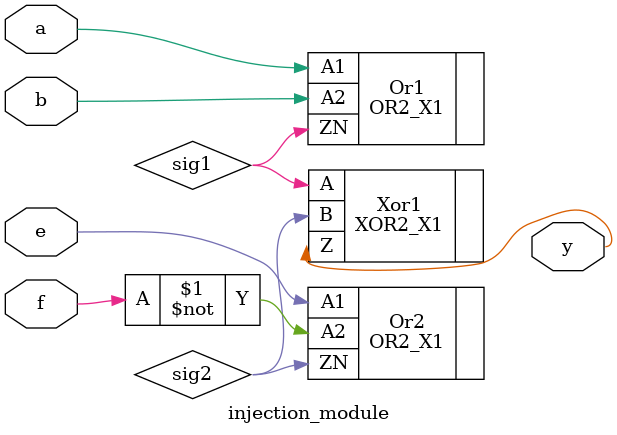
<source format=v>
module injection_module ( input a,b,e,f,
			  output y);
	wire sig1,sig2;

	OR2_X1 Or1(
		.A1(a),
		.A2(b),
		.ZN(sig1)
	);

	OR2_X1 Or2(
                .A1(e),
                .A2(~f),
                .ZN(sig2)
        );

	XOR2_X1 Xor1(
		.A(sig1),
		.B(sig2),
		.Z(y)
	);
	
endmodule	

</source>
